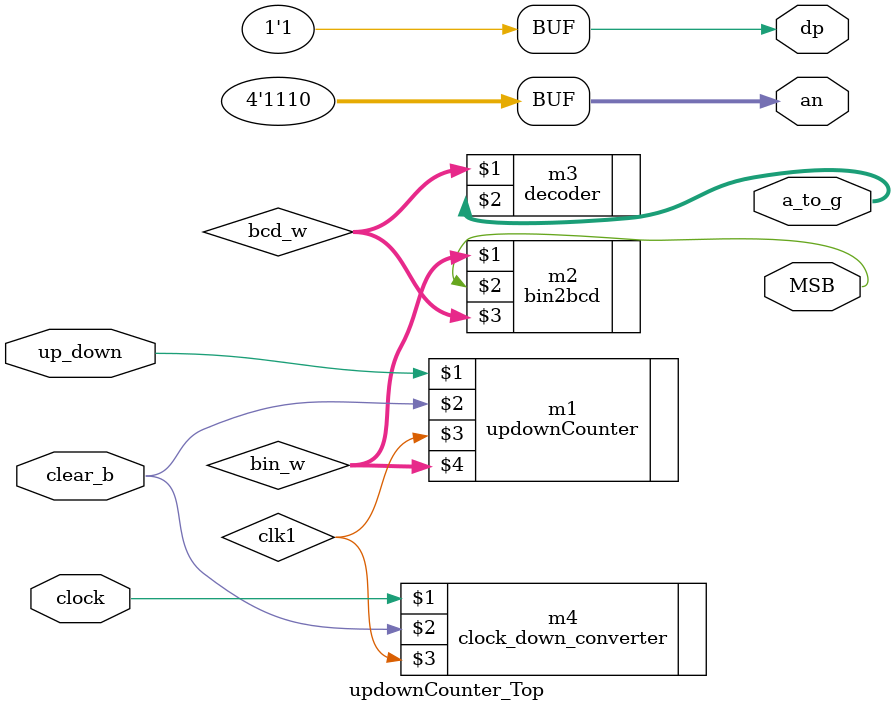
<source format=v>
`timescale 1ns / 1ps
module updownCounter_Top(
    input up_down, clear_b, clock,
    output [6:0] a_to_g,
    output MSB,
    output dp,
    output [3:0] an
    );
  
   wire [3:0] bin_w, bcd_w;  
   assign dp = 1;    //turn off the dot for the seven segment selected
   assign an = 4'b1110;  //turn on (by assigning 1110 to an[3:0]) the first seven segment display 
                                      //   out of four of them
   clock_down_converter m4 (clock, clear_b, clk1);
   updownCounter m1(up_down, clear_b, clk1, bin_w);
   bin2bcd m2 (bin_w, MSB, bcd_w);
   decoder m3(bcd_w, a_to_g);
endmodule

</source>
